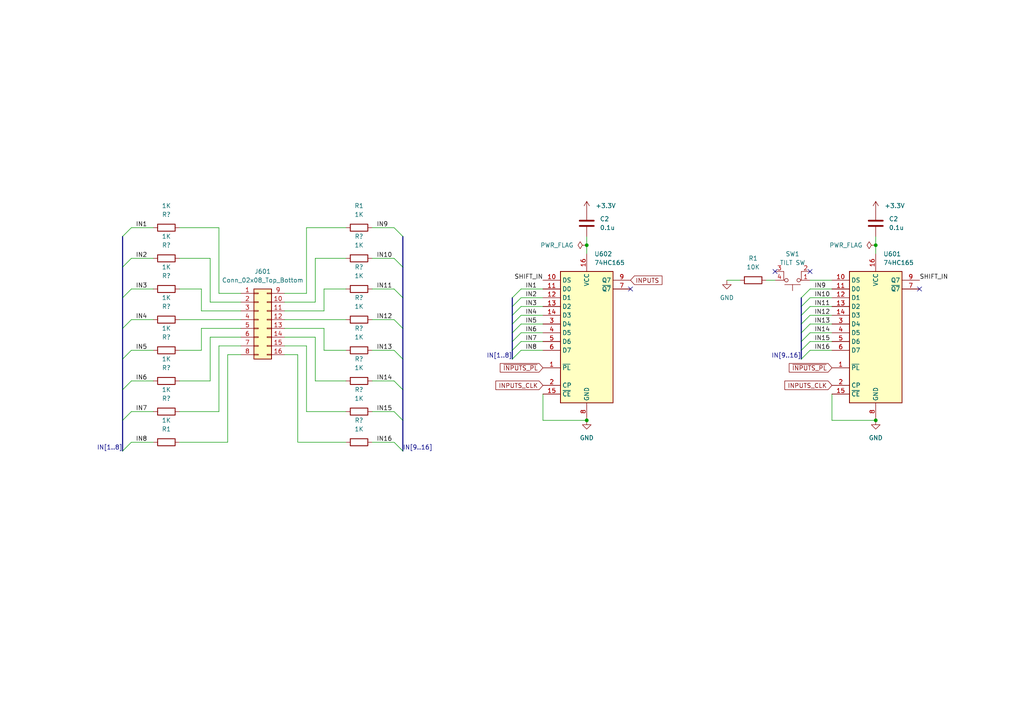
<source format=kicad_sch>
(kicad_sch (version 20230121) (generator eeschema)
  (paper "A4")
  (lib_symbols
    (symbol "74xx:74HC165"
      (property "Reference" "U" (at -7.62 19.05 0))
      (property "Value" "74HC165" (at -7.62 -21.59 0))
      (symbol "74HC165_1_0"
        (pin input line (at -12.7 -10.16 0) (length 5.08) (name "~{PL}") (number "1"))
        (pin input line (at -12.7 15.24 0) (length 5.08) (name "DS") (number "10"))
        (pin input line (at -12.7 12.7 0) (length 5.08) (name "D0") (number "11"))
        (pin input line (at -12.7 10.16 0) (length 5.08) (name "D1") (number "12"))
        (pin input line (at -12.7 7.62 0) (length 5.08) (name "D2") (number "13"))
        (pin input line (at -12.7 5.08 0) (length 5.08) (name "D3") (number "14"))
        (pin input line (at -12.7 -17.78 0) (length 5.08) (name "~{CE}") (number "15"))
        (pin power_in line (at 0 22.86 270) (length 5.08) (name "VCC") (number "16"))
        (pin input line (at -12.7 -15.24 0) (length 5.08) (name "CP") (number "2"))
        (pin input line (at -12.7 2.54 0) (length 5.08) (name "D4") (number "3"))
        (pin input line (at -12.7 0 0) (length 5.08) (name "D5") (number "4"))
        (pin input line (at -12.7 -2.54 0) (length 5.08) (name "D6") (number "5"))
        (pin input line (at -12.7 -5.08 0) (length 5.08) (name "D7") (number "6"))
        (pin output line (at 12.7 12.7 180) (length 5.08) (name "~{Q7}") (number "7"))
        (pin power_in line (at 0 -25.4 90) (length 5.08) (name "GND") (number "8"))
        (pin output line (at 12.7 15.24 180) (length 5.08) (name "Q7") (number "9"))
      )
      (symbol "74HC165_1_1"
        (rectangle (start -7.62 17.78) (end 7.62 -20.32) (stroke (width 0.254)) (fill (type background)))
      )
    )
    (symbol "Connector_Generic:Conn_02x08_Top_Bottom" (pin_names (offset 1.016) hide)
      (property "Reference" "J" (at 1.27 10.16 0))
      (property "Value" "Conn_02x08_Top_Bottom" (at 1.27 -12.7 0))
      (symbol "Conn_02x08_Top_Bottom_1_1"
        (rectangle (start -1.27 -10.033) (end 0 -10.287) (stroke (width 0.1524)))
        (rectangle (start -1.27 -7.493) (end 0 -7.747) (stroke (width 0.1524)))
        (rectangle (start -1.27 -4.953) (end 0 -5.207) (stroke (width 0.1524)))
        (rectangle (start -1.27 -2.413) (end 0 -2.667) (stroke (width 0.1524)))
        (rectangle (start -1.27 0.127) (end 0 -0.127) (stroke (width 0.1524)))
        (rectangle (start -1.27 2.667) (end 0 2.413) (stroke (width 0.1524)))
        (rectangle (start -1.27 5.207) (end 0 4.953) (stroke (width 0.1524)))
        (rectangle (start -1.27 7.747) (end 0 7.493) (stroke (width 0.1524)))
        (rectangle (start -1.27 8.89) (end 3.81 -11.43) (stroke (width 0.254)) (fill (type background)))
        (rectangle (start 3.81 -10.033) (end 2.54 -10.287) (stroke (width 0.1524)))
        (rectangle (start 3.81 -7.493) (end 2.54 -7.747) (stroke (width 0.1524)))
        (rectangle (start 3.81 -4.953) (end 2.54 -5.207) (stroke (width 0.1524)))
        (rectangle (start 3.81 -2.413) (end 2.54 -2.667) (stroke (width 0.1524)))
        (rectangle (start 3.81 0.127) (end 2.54 -0.127) (stroke (width 0.1524)))
        (rectangle (start 3.81 2.667) (end 2.54 2.413) (stroke (width 0.1524)))
        (rectangle (start 3.81 5.207) (end 2.54 4.953) (stroke (width 0.1524)))
        (rectangle (start 3.81 7.747) (end 2.54 7.493) (stroke (width 0.1524)))
        (pin passive line (at -5.08 7.62 0) (length 3.81) (name "Pin_1") (number "1"))
        (pin passive line (at 7.62 5.08 180) (length 3.81) (name "Pin_10") (number "10"))
        (pin passive line (at 7.62 2.54 180) (length 3.81) (name "Pin_11") (number "11"))
        (pin passive line (at 7.62 0 180) (length 3.81) (name "Pin_12") (number "12"))
        (pin passive line (at 7.62 -2.54 180) (length 3.81) (name "Pin_13") (number "13"))
        (pin passive line (at 7.62 -5.08 180) (length 3.81) (name "Pin_14") (number "14"))
        (pin passive line (at 7.62 -7.62 180) (length 3.81) (name "Pin_15") (number "15"))
        (pin passive line (at 7.62 -10.16 180) (length 3.81) (name "Pin_16") (number "16"))
        (pin passive line (at -5.08 5.08 0) (length 3.81) (name "Pin_2") (number "2"))
        (pin passive line (at -5.08 2.54 0) (length 3.81) (name "Pin_3") (number "3"))
        (pin passive line (at -5.08 0 0) (length 3.81) (name "Pin_4") (number "4"))
        (pin passive line (at -5.08 -2.54 0) (length 3.81) (name "Pin_5") (number "5"))
        (pin passive line (at -5.08 -5.08 0) (length 3.81) (name "Pin_6") (number "6"))
        (pin passive line (at -5.08 -7.62 0) (length 3.81) (name "Pin_7") (number "7"))
        (pin passive line (at -5.08 -10.16 0) (length 3.81) (name "Pin_8") (number "8"))
        (pin passive line (at 7.62 7.62 180) (length 3.81) (name "Pin_9") (number "9"))
      )
    )
    (symbol "Device:C" (pin_numbers hide) (pin_names (offset 0.254))
      (property "Reference" "C" (at 0.635 2.54 0))
      (property "Value" "C" (at 0.635 -2.54 0))
      (symbol "C_0_1"
        (polyline (pts (xy -2.032 -0.762) (xy 2.032 -0.762)) (stroke (width 0.508)))
        (polyline (pts (xy -2.032 0.762) (xy 2.032 0.762)) (stroke (width 0.508)))
      )
      (symbol "C_1_1"
        (pin passive line (at 0 3.81 270) (length 2.794) (name "~") (number "1"))
        (pin passive line (at 0 -3.81 90) (length 2.794) (name "~") (number "2"))
      )
    )
    (symbol "Device:R" (pin_numbers hide) (pin_names (offset 0))
      (property "Reference" "R" (at 2.032 0 90))
      (property "Value" "R" (at 0 0 90))
      (symbol "R_0_1"
        (rectangle (start -1.016 -2.54) (end 1.016 2.54) (stroke (width 0.254)))
      )
      (symbol "R_1_1"
        (pin passive line (at 0 3.81 270) (length 1.27) (name "~") (number "1"))
        (pin passive line (at 0 -3.81 90) (length 1.27) (name "~") (number "2"))
      )
    )
    (symbol "Switch:SW_MEC_5E" (pin_names (offset 1.016) hide)
      (property "Reference" "SW" (at 0.635 5.715 0))
      (property "Value" "SW_MEC_5E" (at 0 -3.175 0))
      (symbol "SW_MEC_5E_0_1"
        (circle (center -1.778 2.54) (radius 0.508))
        (polyline (pts (xy -2.286 3.81) (xy 2.286 3.81)))
        (polyline (pts (xy 0 3.81) (xy 0 5.588)))
        (polyline (pts (xy -2.54 0) (xy -2.54 2.54) (xy -2.286 2.54)))
        (polyline (pts (xy 2.54 0) (xy 2.54 2.54) (xy 2.286 2.54)))
        (circle (center 1.778 2.54) (radius 0.508))
        (pin passive line (at -5.08 2.54 0) (length 2.54) (name "1") (number "1"))
        (pin passive line (at -5.08 0 0) (length 2.54) (name "2") (number "2"))
        (pin passive line (at 5.08 0 180) (length 2.54) (name "K") (number "3"))
        (pin passive line (at 5.08 2.54 180) (length 2.54) (name "A") (number "4"))
      )
    )
    (symbol "power:+3.3V" (power) (pin_names (offset 0))
      (property "Value" "+3.3V" (at 0 3.556 0))
      (symbol "+3.3V_0_1"
        (polyline (pts (xy -0.762 1.27) (xy 0 2.54)))
        (polyline (pts (xy 0 0) (xy 0 2.54)))
        (polyline (pts (xy 0 2.54) (xy 0.762 1.27)))
      )
      (symbol "+3.3V_1_1"
        (pin power_in line (at 0 0 90) (length 0) hide (name "+3.3V") (number "1"))
      )
    )
    (symbol "power:GND" (power) (pin_names (offset 0))
      (property "Value" "GND" (at 0 -3.81 0))
      (symbol "GND_0_1"
        (polyline (pts (xy 0 0) (xy 0 -1.27) (xy 1.27 -1.27) (xy 0 -2.54) (xy -1.27 -1.27) (xy 0 -1.27)))
      )
      (symbol "GND_1_1"
        (pin power_in line (at 0 0 270) (length 0) hide (name "GND") (number "1"))
      )
    )
    (symbol "power:PWR_FLAG" (power) (pin_numbers hide) (pin_names (offset 0) hide)
      (property "Value" "PWR_FLAG" (at 0 3.81 0))
      (symbol "PWR_FLAG_0_0"
        (pin power_out line (at 0 0 90) (length 0) (name "pwr") (number "1"))
      )
      (symbol "PWR_FLAG_0_1"
        (polyline (pts (xy 0 0) (xy 0 1.27) (xy -1.016 1.905) (xy 0 2.54) (xy 1.016 1.905) (xy 0 1.27)))
      )
    )
  )
  (junction (at 254 71.12))
  (junction (at 254 121.92))
  (junction (at 170.18 121.92))
  (junction (at 170.18 71.12))
  (no_connect (at 224.79 78.74))
  (no_connect (at 266.7 83.82))
  (no_connect (at 234.95 78.74))
  (no_connect (at 182.88 83.82))
  (bus_entry (at 232.41 101.6) (size 2.54 -2.54))
  (bus_entry (at 232.41 96.52) (size 2.54 -2.54))
  (bus_entry (at 148.59 93.98) (size 2.54 -2.54))
  (bus_entry (at 38.1 110.49) (size -2.54 2.54))
  (bus_entry (at 38.1 74.93) (size -2.54 2.54))
  (bus_entry (at 148.59 99.06) (size 2.54 -2.54))
  (bus_entry (at 114.3 83.82) (size 2.54 2.54))
  (bus_entry (at 114.3 128.27) (size 2.54 2.54))
  (bus_entry (at 114.3 119.38) (size 2.54 2.54))
  (bus_entry (at 38.1 128.27) (size -2.54 2.54))
  (bus_entry (at 232.41 104.14) (size 2.54 -2.54))
  (bus_entry (at 148.59 96.52) (size 2.54 -2.54))
  (bus_entry (at 114.3 92.71) (size 2.54 2.54))
  (bus_entry (at 38.1 92.71) (size -2.54 2.54))
  (bus_entry (at 38.1 66.04) (size -2.54 2.54))
  (bus_entry (at 38.1 119.38) (size -2.54 2.54))
  (bus_entry (at 38.1 101.6) (size -2.54 2.54))
  (bus_entry (at 232.41 86.36) (size 2.54 -2.54))
  (bus_entry (at 148.59 91.44) (size 2.54 -2.54))
  (bus_entry (at 148.59 88.9) (size 2.54 -2.54))
  (bus_entry (at 232.41 88.9) (size 2.54 -2.54))
  (bus_entry (at 114.3 101.6) (size 2.54 2.54))
  (bus_entry (at 148.59 86.36) (size 2.54 -2.54))
  (bus_entry (at 148.59 104.14) (size 2.54 -2.54))
  (bus_entry (at 232.41 93.98) (size 2.54 -2.54))
  (bus_entry (at 232.41 91.44) (size 2.54 -2.54))
  (bus_entry (at 232.41 99.06) (size 2.54 -2.54))
  (bus_entry (at 38.1 83.82) (size -2.54 2.54))
  (bus_entry (at 114.3 66.04) (size 2.54 2.54))
  (bus_entry (at 114.3 74.93) (size 2.54 2.54))
  (bus_entry (at 148.59 101.6) (size 2.54 -2.54))
  (bus_entry (at 114.3 110.49) (size 2.54 2.54))
  (bus (pts (xy 232.41 88.9) (xy 232.41 91.44)))
  (bus (pts (xy 35.56 121.92) (xy 35.56 130.81)))
  (bus (pts (xy 116.84 121.92) (xy 116.84 130.81)))
  (bus (pts (xy 148.59 101.6) (xy 148.59 104.14)))
  (bus (pts (xy 35.56 68.58) (xy 35.56 77.47)))
  (wire (pts (xy 91.44 87.63) (xy 91.44 74.93)))
  (wire (pts (xy 234.95 101.6) (xy 241.3 101.6)))
  (wire (pts (xy 60.96 97.79) (xy 69.85 97.79)))
  (wire (pts (xy 88.9 85.09) (xy 88.9 66.04)))
  (wire (pts (xy 234.95 96.52) (xy 241.3 96.52)))
  (wire (pts (xy 93.98 90.17) (xy 93.98 83.82)))
  (wire (pts (xy 63.5 85.09) (xy 63.5 66.04)))
  (bus (pts (xy 116.84 86.36) (xy 116.84 95.25)))
  (wire (pts (xy 58.42 95.25) (xy 69.85 95.25)))
  (wire (pts (xy 91.44 87.63) (xy 82.55 87.63)))
  (wire (pts (xy 58.42 101.6) (xy 52.07 101.6)))
  (wire (pts (xy 151.13 88.9) (xy 157.48 88.9)))
  (wire (pts (xy 107.95 66.04) (xy 114.3 66.04)))
  (wire (pts (xy 60.96 97.79) (xy 60.96 110.49)))
  (bus (pts (xy 148.59 91.44) (xy 148.59 93.98)))
  (bus (pts (xy 148.59 88.9) (xy 148.59 91.44)))
  (bus (pts (xy 232.41 104.14) (xy 232.41 101.6)))
  (wire (pts (xy 66.04 102.87) (xy 66.04 128.27)))
  (bus (pts (xy 116.84 104.14) (xy 116.84 113.03)))
  (bus (pts (xy 35.56 86.36) (xy 35.56 95.25)))
  (wire (pts (xy 60.96 110.49) (xy 52.07 110.49)))
  (bus (pts (xy 232.41 96.52) (xy 232.41 99.06)))
  (wire (pts (xy 63.5 100.33) (xy 63.5 119.38)))
  (wire (pts (xy 86.36 128.27) (xy 100.33 128.27)))
  (wire (pts (xy 86.36 102.87) (xy 82.55 102.87)))
  (bus (pts (xy 232.41 93.98) (xy 232.41 96.52)))
  (wire (pts (xy 254 68.58) (xy 254 71.12)))
  (wire (pts (xy 66.04 102.87) (xy 69.85 102.87)))
  (wire (pts (xy 38.1 92.71) (xy 44.45 92.71)))
  (wire (pts (xy 93.98 83.82) (xy 100.33 83.82)))
  (wire (pts (xy 91.44 74.93) (xy 100.33 74.93)))
  (bus (pts (xy 35.56 95.25) (xy 35.56 104.14)))
  (wire (pts (xy 234.95 91.44) (xy 241.3 91.44)))
  (wire (pts (xy 151.13 101.6) (xy 157.48 101.6)))
  (wire (pts (xy 222.25 81.28) (xy 224.79 81.28)))
  (wire (pts (xy 93.98 101.6) (xy 100.33 101.6)))
  (wire (pts (xy 63.5 85.09) (xy 69.85 85.09)))
  (wire (pts (xy 100.33 92.71) (xy 82.55 92.71)))
  (wire (pts (xy 58.42 83.82) (xy 52.07 83.82)))
  (wire (pts (xy 107.95 92.71) (xy 114.3 92.71)))
  (wire (pts (xy 107.95 128.27) (xy 114.3 128.27)))
  (wire (pts (xy 170.18 68.58) (xy 170.18 71.12)))
  (bus (pts (xy 116.84 68.58) (xy 116.84 77.47)))
  (wire (pts (xy 38.1 119.38) (xy 44.45 119.38)))
  (wire (pts (xy 93.98 95.25) (xy 82.55 95.25)))
  (wire (pts (xy 38.1 74.93) (xy 44.45 74.93)))
  (bus (pts (xy 35.56 113.03) (xy 35.56 121.92)))
  (wire (pts (xy 88.9 100.33) (xy 88.9 119.38)))
  (wire (pts (xy 107.95 74.93) (xy 114.3 74.93)))
  (wire (pts (xy 66.04 128.27) (xy 52.07 128.27)))
  (wire (pts (xy 93.98 90.17) (xy 82.55 90.17)))
  (wire (pts (xy 107.95 83.82) (xy 114.3 83.82)))
  (wire (pts (xy 52.07 92.71) (xy 69.85 92.71)))
  (wire (pts (xy 38.1 101.6) (xy 44.45 101.6)))
  (wire (pts (xy 60.96 87.63) (xy 69.85 87.63)))
  (wire (pts (xy 234.95 93.98) (xy 241.3 93.98)))
  (wire (pts (xy 107.95 101.6) (xy 114.3 101.6)))
  (wire (pts (xy 151.13 93.98) (xy 157.48 93.98)))
  (wire (pts (xy 151.13 99.06) (xy 157.48 99.06)))
  (wire (pts (xy 241.3 114.3) (xy 241.3 121.92)))
  (bus (pts (xy 116.84 77.47) (xy 116.84 86.36)))
  (wire (pts (xy 151.13 86.36) (xy 157.48 86.36)))
  (bus (pts (xy 116.84 113.03) (xy 116.84 121.92)))
  (wire (pts (xy 60.96 87.63) (xy 60.96 74.93)))
  (wire (pts (xy 91.44 97.79) (xy 82.55 97.79)))
  (wire (pts (xy 88.9 85.09) (xy 82.55 85.09)))
  (wire (pts (xy 234.95 83.82) (xy 241.3 83.82)))
  (wire (pts (xy 38.1 66.04) (xy 44.45 66.04)))
  (wire (pts (xy 234.95 99.06) (xy 241.3 99.06)))
  (wire (pts (xy 107.95 119.38) (xy 114.3 119.38)))
  (wire (pts (xy 151.13 96.52) (xy 157.48 96.52)))
  (bus (pts (xy 232.41 91.44) (xy 232.41 93.98)))
  (bus (pts (xy 148.59 93.98) (xy 148.59 96.52)))
  (wire (pts (xy 151.13 83.82) (xy 157.48 83.82)))
  (bus (pts (xy 116.84 95.25) (xy 116.84 104.14)))
  (wire (pts (xy 107.95 110.49) (xy 114.3 110.49)))
  (wire (pts (xy 38.1 83.82) (xy 44.45 83.82)))
  (wire (pts (xy 234.95 88.9) (xy 241.3 88.9)))
  (wire (pts (xy 88.9 119.38) (xy 100.33 119.38)))
  (wire (pts (xy 91.44 110.49) (xy 100.33 110.49)))
  (wire (pts (xy 254 71.12) (xy 254 73.66)))
  (wire (pts (xy 63.5 119.38) (xy 52.07 119.38)))
  (bus (pts (xy 35.56 104.14) (xy 35.56 113.03)))
  (bus (pts (xy 148.59 99.06) (xy 148.59 101.6)))
  (bus (pts (xy 148.59 86.36) (xy 148.59 88.9)))
  (wire (pts (xy 60.96 74.93) (xy 52.07 74.93)))
  (wire (pts (xy 58.42 95.25) (xy 58.42 101.6)))
  (wire (pts (xy 63.5 100.33) (xy 69.85 100.33)))
  (wire (pts (xy 38.1 110.49) (xy 44.45 110.49)))
  (wire (pts (xy 58.42 90.17) (xy 69.85 90.17)))
  (wire (pts (xy 93.98 95.25) (xy 93.98 101.6)))
  (wire (pts (xy 91.44 97.79) (xy 91.44 110.49)))
  (wire (pts (xy 170.18 71.12) (xy 170.18 73.66)))
  (wire (pts (xy 241.3 121.92) (xy 254 121.92)))
  (bus (pts (xy 232.41 99.06) (xy 232.41 101.6)))
  (wire (pts (xy 234.95 86.36) (xy 241.3 86.36)))
  (bus (pts (xy 35.56 77.47) (xy 35.56 86.36)))
  (wire (pts (xy 234.95 81.28) (xy 241.3 81.28)))
  (wire (pts (xy 88.9 66.04) (xy 100.33 66.04)))
  (wire (pts (xy 63.5 66.04) (xy 52.07 66.04)))
  (wire (pts (xy 86.36 102.87) (xy 86.36 128.27)))
  (wire (pts (xy 151.13 91.44) (xy 157.48 91.44)))
  (wire (pts (xy 38.1 128.27) (xy 44.45 128.27)))
  (wire (pts (xy 88.9 100.33) (xy 82.55 100.33)))
  (wire (pts (xy 157.48 114.3) (xy 157.48 121.92)))
  (wire (pts (xy 58.42 90.17) (xy 58.42 83.82)))
  (bus (pts (xy 148.59 96.52) (xy 148.59 99.06)))
  (wire (pts (xy 210.82 81.28) (xy 214.63 81.28)))
  (wire (pts (xy 157.48 121.92) (xy 170.18 121.92)))
  (bus (pts (xy 232.41 86.36) (xy 232.41 88.9)))
  (label "IN[1..8]" (at 35.56 130.81 180))
  (label "SHIFT_IN" (at 266.7 81.28 0))
  (label "IN15" (at 109.22 119.38 0))
  (label "IN13" (at 109.22 101.6 0))
  (label "IN[9..16]" (at 232.41 104.14 180))
  (label "IN9" (at 236.22 83.82 0))
  (label "IN1" (at 39.37 66.04 0))
  (label "IN6" (at 39.37 110.49 0))
  (label "IN9" (at 109.22 66.04 0))
  (label "IN6" (at 152.4 96.52 0))
  (label "IN10" (at 109.22 74.93 0))
  (label "IN12" (at 109.22 92.71 0))
  (label "IN14" (at 109.22 110.49 0))
  (label "IN5" (at 39.37 101.6 0))
  (label "IN8" (at 39.37 128.27 0))
  (label "IN3" (at 152.4 88.9 0))
  (label "IN8" (at 152.4 101.6 0))
  (label "IN4" (at 152.4 91.44 0))
  (label "IN14" (at 236.22 96.52 0))
  (label "IN3" (at 39.37 83.82 0))
  (label "IN16" (at 109.22 128.27 0))
  (label "SHIFT_IN" (at 157.48 81.28 180))
  (label "IN1" (at 152.4 83.82 0))
  (label "IN4" (at 39.37 92.71 0))
  (label "IN2" (at 39.37 74.93 0))
  (label "IN2" (at 152.4 86.36 0))
  (label "IN5" (at 152.4 93.98 0))
  (label "IN13" (at 236.22 93.98 0))
  (label "IN12" (at 236.22 91.44 0))
  (label "IN16" (at 236.22 101.6 0))
  (label "IN11" (at 236.22 88.9 0))
  (label "IN[9..16]" (at 116.84 130.81 0))
  (label "IN[1..8]" (at 148.59 104.14 180))
  (label "IN10" (at 236.22 86.36 0))
  (label "IN11" (at 109.22 83.82 0))
  (label "IN7" (at 152.4 99.06 0))
  (label "IN7" (at 39.37 119.38 0))
  (label "IN15" (at 236.22 99.06 0))
  (global_label "~{INPUTS_PL}" (shape input) (at 157.48 106.68 180) (property "Intersheetrefs" "${INTERSHEET_REFS}" (effects hide)))
  (global_label "INPUTS_CLK" (shape input) (at 241.3 111.76 180) (property "Intersheetrefs" "${INTERSHEET_REFS}" (effects hide)))
  (global_label "~{INPUTS_PL}" (shape input) (at 241.3 106.68 180) (property "Intersheetrefs" "${INTERSHEET_REFS}" (effects hide)))
  (global_label "INPUTS" (shape input) (at 182.88 81.28 0) (property "Intersheetrefs" "${INTERSHEET_REFS}" (effects hide)))
  (global_label "INPUTS_CLK" (shape input) (at 157.48 111.76 180) (property "Intersheetrefs" "${INTERSHEET_REFS}" (effects hide)))
  (symbol (lib_id "Device:C") (at 170.18 64.77 0) (unit 1)
    (property "Reference" "C2" (at 173.99 63.5 0) (effects (justify left)))
    (property "Value" "0.1u" (at 173.99 66.04 0) (effects (justify left)))
    (property "Footprint" "Capacitor_THT:C_Radial_D4.0mm_H7.0mm_P1.50mm" (effects hide))
    (instances (project "jcap" (path "" (reference "C2") (unit 1)) (path "" (reference "C2") (unit 1)) (path "" (reference "C602") (unit 1))))
  )
  (symbol (lib_id "Device:R") (at 48.26 128.27 270) (unit 1)
    (property "Reference" "R1" (at 48.26 124.46 90))
    (property "Value" "1K" (at 48.26 121.92 90))
    (property "Footprint" "Resistor_THT:R_Axial_DIN0207_L6.3mm_D2.5mm_P10.16mm_Horizontal" (effects hide))
    (instances (project "jcap" (path "" (reference "R1") (unit 1)) (path "" (reference "R202") (unit 1)) (path "" (reference "R601") (unit 1))))
  )
  (symbol (lib_id "Device:R") (at 104.14 74.93 90) (unit 1)
    (property "Reference" "R?" (at 104.14 68.58 90))
    (property "Value" "1K" (at 104.14 71.12 90))
    (property "Footprint" "Resistor_THT:R_Axial_DIN0207_L6.3mm_D2.5mm_P10.16mm_Horizontal" (effects hide))
    (instances (project "jcap" (path "" (reference "R?") (unit 1)) (path "" (reference "R?") (unit 1)) (path "" (reference "R610") (unit 1))))
  )
  (symbol (lib_id "Device:R") (at 48.26 110.49 270) (unit 1)
    (property "Reference" "R?" (at 48.26 106.68 90))
    (property "Value" "1K" (at 48.26 104.14 90))
    (property "Footprint" "Resistor_THT:R_Axial_DIN0207_L6.3mm_D2.5mm_P10.16mm_Horizontal" (effects hide))
    (instances (project "jcap" (path "" (reference "R?") (unit 1)) (path "" (reference "R?") (unit 1)) (path "" (reference "R603") (unit 1))))
  )
  (symbol (lib_id "Device:R") (at 104.14 101.6 90) (unit 1)
    (property "Reference" "R?" (at 104.14 95.25 90))
    (property "Value" "1K" (at 104.14 97.79 90))
    (property "Footprint" "Resistor_THT:R_Axial_DIN0207_L6.3mm_D2.5mm_P10.16mm_Horizontal" (effects hide))
    (instances (project "jcap" (path "" (reference "R?") (unit 1)) (path "" (reference "R?") (unit 1)) (path "" (reference "R613") (unit 1))))
  )
  (symbol (lib_id "power:GND") (at 254 121.92 0) (unit 1)
    (property "Reference" "#PWR0204" (effects hide))
    (property "Value" "GND" (at 254 127 0))
    (instances (project "jcap" (path "" (reference "#PWR0204") (unit 1)) (path "" (reference "#PWR0602") (unit 1))))
  )
  (symbol (lib_id "Device:R") (at 48.26 92.71 270) (unit 1)
    (property "Reference" "R?" (at 48.26 88.9 90))
    (property "Value" "1K" (at 48.26 86.36 90))
    (property "Footprint" "Resistor_THT:R_Axial_DIN0207_L6.3mm_D2.5mm_P10.16mm_Horizontal" (effects hide))
    (instances (project "jcap" (path "" (reference "R?") (unit 1)) (path "" (reference "R?") (unit 1)) (path "" (reference "R605") (unit 1))))
  )
  (symbol (lib_id "power:+3.3V") (at 170.18 60.96 0) (unit 1)
    (property "Reference" "#PWR0202" (effects hide))
    (property "Value" "+3.3V" (at 172.72 59.69 0) (effects (justify left)))
    (instances (project "jcap" (path "" (reference "#PWR0202") (unit 1)) (path "" (reference "#PWR0603") (unit 1))))
  )
  (symbol (lib_id "power:+3.3V") (at 254 60.96 0) (unit 1)
    (property "Reference" "#PWR0202" (effects hide))
    (property "Value" "+3.3V" (at 256.54 59.69 0) (effects (justify left)))
    (instances (project "jcap" (path "" (reference "#PWR0202") (unit 1)) (path "" (reference "#PWR0601") (unit 1))))
  )
  (symbol (lib_id "Device:R") (at 104.14 110.49 90) (unit 1)
    (property "Reference" "R?" (at 104.14 104.14 90))
    (property "Value" "1K" (at 104.14 106.68 90))
    (property "Footprint" "Resistor_THT:R_Axial_DIN0207_L6.3mm_D2.5mm_P10.16mm_Horizontal" (effects hide))
    (instances (project "jcap" (path "" (reference "R?") (unit 1)) (path "" (reference "R?") (unit 1)) (path "" (reference "R614") (unit 1))))
  )
  (symbol (lib_id "Switch:SW_MEC_5E") (at 229.87 78.74 180) (unit 1)
    (property "Reference" "SW1" (at 229.87 73.66 0))
    (property "Value" "TILT SW" (at 229.87 76.2 0))
    (property "Footprint" "Button_Switch_THT:SW_PUSH_6mm_H5mm" (effects hide))
    (property "Datasheet" "http://www.apem.com/int/index.php?controller=attachment&id_attachment=1371" (effects hide))
    (instances (project "jcap" (path "" (reference "SW1") (unit 1)) (path "" (reference "SW202") (unit 1)) (path "" (reference "SW601") (unit 1))))
  )
  (symbol (lib_id "74xx:74HC165") (at 254 96.52 0) (unit 1)
    (property "Reference" "U601" (at 256.1941 73.66 0) (effects (justify left)))
    (property "Value" "74HC165" (at 256.1941 76.2 0) (effects (justify left)))
    (property "Footprint" "Package_DIP:DIP-16_W7.62mm_Socket" (effects hide))
    (property "Datasheet" "https://assets.nexperia.com/documents/data-sheet/74HC_HCT165.pdf" (effects hide))
  )
  (symbol (lib_id "Device:R") (at 104.14 92.71 90) (unit 1)
    (property "Reference" "R?" (at 104.14 86.36 90))
    (property "Value" "1K" (at 104.14 88.9 90))
    (property "Footprint" "Resistor_THT:R_Axial_DIN0207_L6.3mm_D2.5mm_P10.16mm_Horizontal" (effects hide))
    (instances (project "jcap" (path "" (reference "R?") (unit 1)) (path "" (reference "R?") (unit 1)) (path "" (reference "R612") (unit 1))))
  )
  (symbol (lib_id "power:PWR_FLAG") (at 254 71.12 90) (unit 1)
    (property "Reference" "#FLG0302" (effects hide))
    (property "Value" "PWR_FLAG" (at 250.19 71.12 90) (effects (justify left)))
    (instances (project "jcap" (path "" (reference "#FLG0302") (unit 1)) (path "" (reference "#FLG0201") (unit 1)) (path "" (reference "#FLG0401") (unit 1)) (path "" (reference "#FLG0602") (unit 1))))
  )
  (symbol (lib_id "Device:R") (at 48.26 66.04 270) (unit 1)
    (property "Reference" "R?" (at 48.26 62.23 90))
    (property "Value" "1K" (at 48.26 59.69 90))
    (property "Footprint" "Resistor_THT:R_Axial_DIN0207_L6.3mm_D2.5mm_P10.16mm_Horizontal" (effects hide))
    (instances (project "jcap" (path "" (reference "R?") (unit 1)) (path "" (reference "R?") (unit 1)) (path "" (reference "R608") (unit 1))))
  )
  (symbol (lib_id "power:GND") (at 170.18 121.92 0) (unit 1)
    (property "Reference" "#PWR0204" (effects hide))
    (property "Value" "GND" (at 170.18 127 0))
    (instances (project "jcap" (path "" (reference "#PWR0204") (unit 1)) (path "" (reference "#PWR0604") (unit 1))))
  )
  (symbol (lib_id "Device:R") (at 48.26 74.93 270) (unit 1)
    (property "Reference" "R?" (at 48.26 71.12 90))
    (property "Value" "1K" (at 48.26 68.58 90))
    (property "Footprint" "Resistor_THT:R_Axial_DIN0207_L6.3mm_D2.5mm_P10.16mm_Horizontal" (effects hide))
    (instances (project "jcap" (path "" (reference "R?") (unit 1)) (path "" (reference "R?") (unit 1)) (path "" (reference "R607") (unit 1))))
  )
  (symbol (lib_id "Device:R") (at 104.14 83.82 90) (unit 1)
    (property "Reference" "R?" (at 104.14 77.47 90))
    (property "Value" "1K" (at 104.14 80.01 90))
    (property "Footprint" "Resistor_THT:R_Axial_DIN0207_L6.3mm_D2.5mm_P10.16mm_Horizontal" (effects hide))
    (instances (project "jcap" (path "" (reference "R?") (unit 1)) (path "" (reference "R?") (unit 1)) (path "" (reference "R611") (unit 1))))
  )
  (symbol (lib_id "Device:R") (at 104.14 128.27 90) (unit 1)
    (property "Reference" "R?" (at 104.14 121.92 90))
    (property "Value" "1K" (at 104.14 124.46 90))
    (property "Footprint" "Resistor_THT:R_Axial_DIN0207_L6.3mm_D2.5mm_P10.16mm_Horizontal" (effects hide))
    (instances (project "jcap" (path "" (reference "R?") (unit 1)) (path "" (reference "R?") (unit 1)) (path "" (reference "R616") (unit 1))))
  )
  (symbol (lib_id "Device:R") (at 104.14 119.38 90) (unit 1)
    (property "Reference" "R?" (at 104.14 113.03 90))
    (property "Value" "1K" (at 104.14 115.57 90))
    (property "Footprint" "Resistor_THT:R_Axial_DIN0207_L6.3mm_D2.5mm_P10.16mm_Horizontal" (effects hide))
    (instances (project "jcap" (path "" (reference "R?") (unit 1)) (path "" (reference "R?") (unit 1)) (path "" (reference "R615") (unit 1))))
  )
  (symbol (lib_id "Device:R") (at 104.14 66.04 90) (unit 1)
    (property "Reference" "R1" (at 104.14 59.69 90))
    (property "Value" "1K" (at 104.14 62.23 90))
    (property "Footprint" "Resistor_THT:R_Axial_DIN0207_L6.3mm_D2.5mm_P10.16mm_Horizontal" (effects hide))
    (instances (project "jcap" (path "" (reference "R1") (unit 1)) (path "" (reference "R202") (unit 1)) (path "" (reference "R609") (unit 1))))
  )
  (symbol (lib_id "Device:R") (at 48.26 119.38 270) (unit 1)
    (property "Reference" "R?" (at 48.26 115.57 90))
    (property "Value" "1K" (at 48.26 113.03 90))
    (property "Footprint" "Resistor_THT:R_Axial_DIN0207_L6.3mm_D2.5mm_P10.16mm_Horizontal" (effects hide))
    (instances (project "jcap" (path "" (reference "R?") (unit 1)) (path "" (reference "R?") (unit 1)) (path "" (reference "R602") (unit 1))))
  )
  (symbol (lib_id "power:GND") (at 210.82 81.28 0) (unit 1)
    (property "Reference" "#PWR0201" (effects hide))
    (property "Value" "GND" (at 210.82 86.36 0))
    (instances (project "jcap" (path "" (reference "#PWR0201") (unit 1)) (path "" (reference "#PWR0605") (unit 1))))
  )
  (symbol (lib_id "Device:R") (at 48.26 101.6 270) (unit 1)
    (property "Reference" "R?" (at 48.26 97.79 90))
    (property "Value" "1K" (at 48.26 95.25 90))
    (property "Footprint" "Resistor_THT:R_Axial_DIN0207_L6.3mm_D2.5mm_P10.16mm_Horizontal" (effects hide))
    (instances (project "jcap" (path "" (reference "R?") (unit 1)) (path "" (reference "R?") (unit 1)) (path "" (reference "R604") (unit 1))))
  )
  (symbol (lib_id "power:PWR_FLAG") (at 170.18 71.12 90) (unit 1)
    (property "Reference" "#FLG0302" (effects hide))
    (property "Value" "PWR_FLAG" (at 166.37 71.12 90) (effects (justify left)))
    (instances (project "jcap" (path "" (reference "#FLG0302") (unit 1)) (path "" (reference "#FLG0201") (unit 1)) (path "" (reference "#FLG0401") (unit 1)) (path "" (reference "#FLG0601") (unit 1))))
  )
  (symbol (lib_id "Device:R") (at 218.44 81.28 90) (unit 1)
    (property "Reference" "R1" (at 218.44 74.93 90))
    (property "Value" "10K" (at 218.44 77.47 90))
    (property "Footprint" "Resistor_THT:R_Axial_DIN0207_L6.3mm_D2.5mm_P10.16mm_Horizontal" (effects hide))
    (instances (project "jcap" (path "" (reference "R1") (unit 1)) (path "" (reference "R202") (unit 1)) (path "" (reference "R617") (unit 1))))
  )
  (symbol (lib_id "Device:R") (at 48.26 83.82 270) (unit 1)
    (property "Reference" "R?" (at 48.26 80.01 90))
    (property "Value" "1K" (at 48.26 77.47 90))
    (property "Footprint" "Resistor_THT:R_Axial_DIN0207_L6.3mm_D2.5mm_P10.16mm_Horizontal" (effects hide))
    (instances (project "jcap" (path "" (reference "R?") (unit 1)) (path "" (reference "R?") (unit 1)) (path "" (reference "R606") (unit 1))))
  )
  (symbol (lib_id "74xx:74HC165") (at 170.18 96.52 0) (unit 1)
    (property "Reference" "U602" (at 172.3741 73.66 0) (effects (justify left)))
    (property "Value" "74HC165" (at 172.3741 76.2 0) (effects (justify left)))
    (property "Footprint" "Package_DIP:DIP-16_W7.62mm_Socket" (effects hide))
    (property "Datasheet" "https://assets.nexperia.com/documents/data-sheet/74HC_HCT165.pdf" (effects hide))
  )
  (symbol (lib_id "Connector_Generic:Conn_02x08_Top_Bottom") (at 74.93 92.71 0) (unit 1)
    (property "Reference" "J601" (at 76.2 78.74 0))
    (property "Value" "Conn_02x08_Top_Bottom" (at 76.2 81.28 0))
    (property "Footprint" "Connector_PinHeader_2.54mm:PinHeader_2x08_P2.54mm_Vertical" (effects hide))
  )
  (symbol (lib_id "Device:C") (at 254 64.77 0) (unit 1)
    (property "Reference" "C2" (at 257.81 63.5 0) (effects (justify left)))
    (property "Value" "0.1u" (at 257.81 66.04 0) (effects (justify left)))
    (property "Footprint" "Capacitor_THT:C_Radial_D4.0mm_H7.0mm_P1.50mm" (effects hide))
    (instances (project "jcap" (path "" (reference "C2") (unit 1)) (path "" (reference "C2") (unit 1)) (path "" (reference "C601") (unit 1))))
  )
)
</source>
